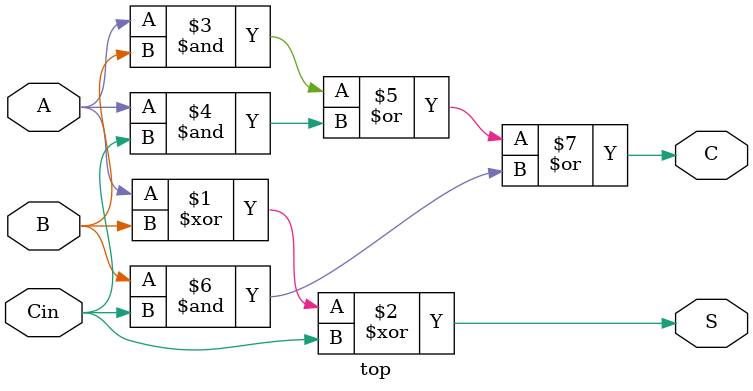
<source format=v>
module top (
    input  wire A,
    input  wire B,
    input  wire Cin,
    output wire S,
    output wire C
);
  assign S = A ^ B ^ Cin;
  assign C = (A & B) | (A & Cin) | (B & Cin);
endmodule

</source>
